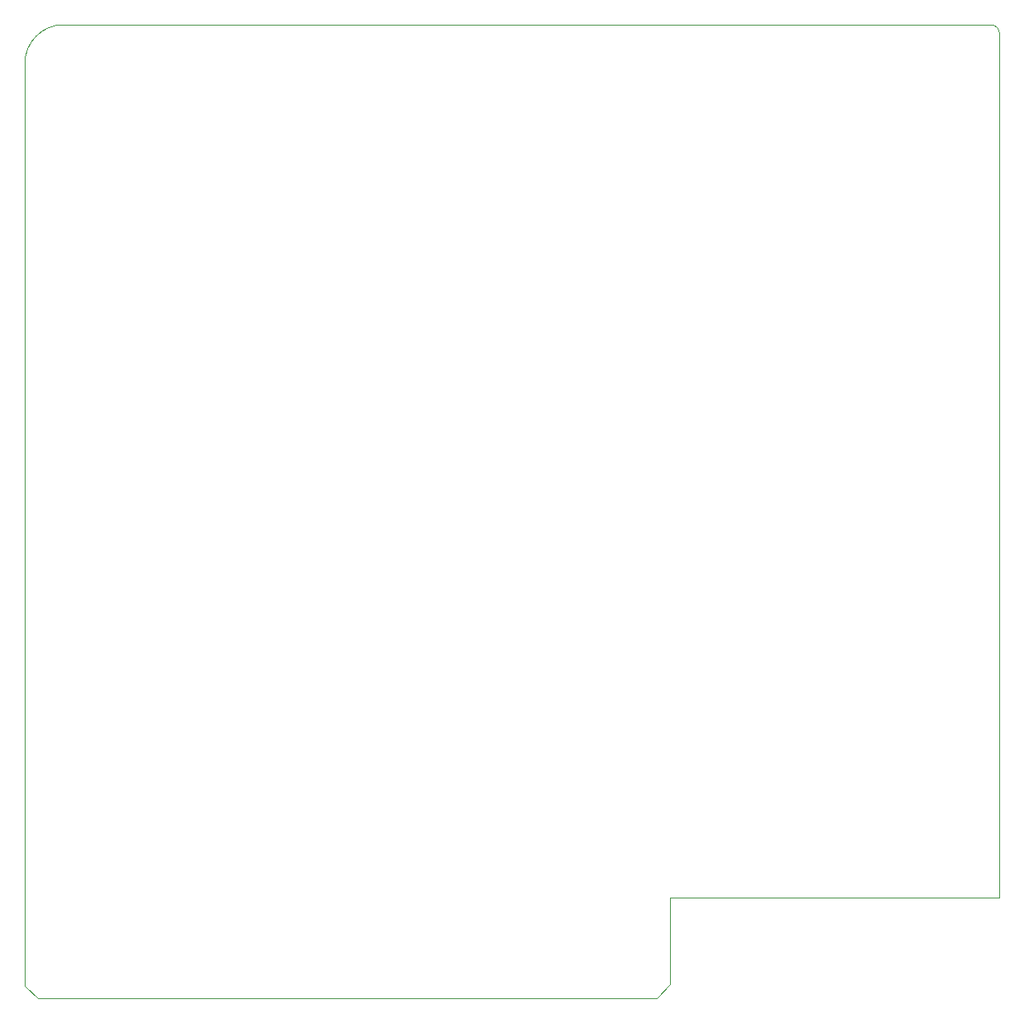
<source format=gbr>
G04 #@! TF.GenerationSoftware,KiCad,Pcbnew,7.0.7*
G04 #@! TF.CreationDate,2024-07-02T20:39:07-05:00*
G04 #@! TF.ProjectId,protoCard,70726f74-6f43-4617-9264-2e6b69636164,1.2*
G04 #@! TF.SameCoordinates,Original*
G04 #@! TF.FileFunction,Profile,NP*
%FSLAX46Y46*%
G04 Gerber Fmt 4.6, Leading zero omitted, Abs format (unit mm)*
G04 Created by KiCad (PCBNEW 7.0.7) date 2024-07-02 20:39:07*
%MOMM*%
%LPD*%
G01*
G04 APERTURE LIST*
G04 #@! TA.AperFunction,Profile*
%ADD10C,0.100000*%
G04 #@! TD*
G04 APERTURE END LIST*
D10*
X57670000Y-30600002D02*
G75*
G03*
X53700000Y-34570000I-2J-3969998D01*
G01*
X153699999Y-31500000D02*
G75*
G03*
X152810000Y-30600001I-894999J5000D01*
G01*
X53700000Y-129200000D02*
X53700000Y-34570000D01*
X55000000Y-130500000D02*
X53700000Y-129200000D01*
X57670000Y-30600000D02*
X152810000Y-30600000D01*
X119900000Y-129100000D02*
X118500000Y-130500000D01*
X119900000Y-120200000D02*
X153700000Y-120200000D01*
X153700000Y-31500000D02*
X153700000Y-120200000D01*
X118500000Y-130500000D02*
X55000000Y-130500000D01*
X119900000Y-120200000D02*
X119900000Y-129100000D01*
M02*

</source>
